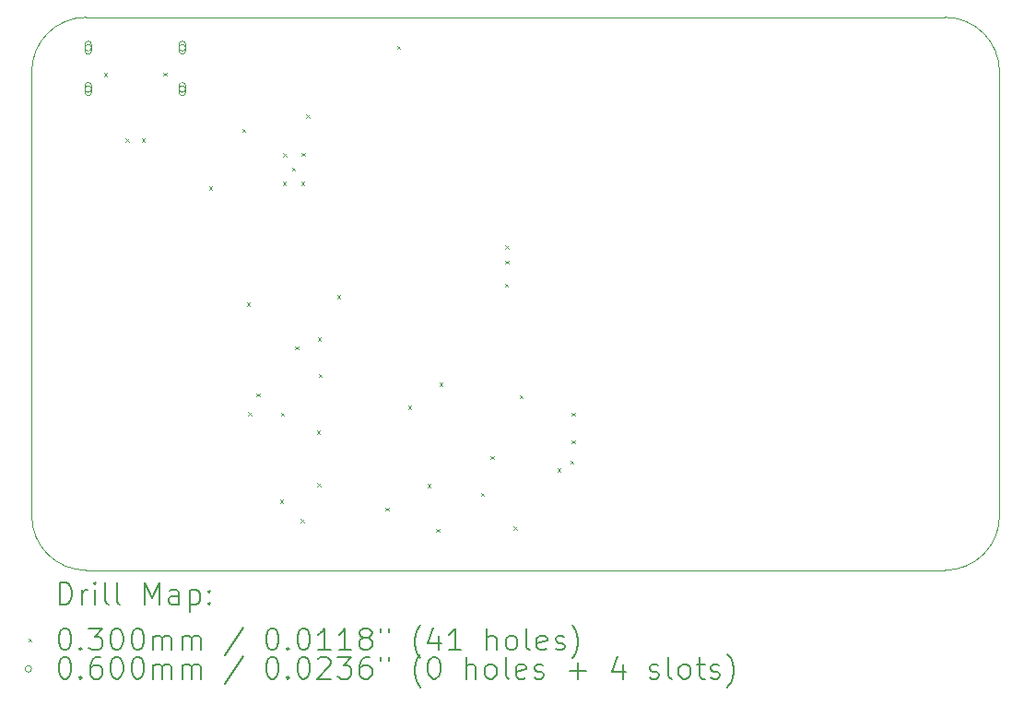
<source format=gbr>
%TF.GenerationSoftware,KiCad,Pcbnew,9.0.2*%
%TF.CreationDate,2025-07-13T16:14:11-05:00*%
%TF.ProjectId,stm32card,73746d33-3263-4617-9264-2e6b69636164,rev?*%
%TF.SameCoordinates,Original*%
%TF.FileFunction,Drillmap*%
%TF.FilePolarity,Positive*%
%FSLAX45Y45*%
G04 Gerber Fmt 4.5, Leading zero omitted, Abs format (unit mm)*
G04 Created by KiCad (PCBNEW 9.0.2) date 2025-07-13 16:14:11*
%MOMM*%
%LPD*%
G01*
G04 APERTURE LIST*
%ADD10C,0.050000*%
%ADD11C,0.200000*%
%ADD12C,0.100000*%
G04 APERTURE END LIST*
D10*
X13756447Y-13233553D02*
X21646447Y-13233553D01*
X13756447Y-13233553D02*
G75*
G02*
X13256447Y-12733553I3J500003D01*
G01*
X13256447Y-8653553D02*
X13256447Y-12733553D01*
X21646447Y-8153553D02*
G75*
G02*
X22146447Y-8653553I3J-499997D01*
G01*
X22146447Y-12733553D02*
X22146447Y-8653553D01*
X21646447Y-8153553D02*
X13756447Y-8153553D01*
X13256447Y-8653553D02*
G75*
G02*
X13756447Y-8153554I499991J8D01*
G01*
X22146447Y-12733553D02*
G75*
G02*
X21646447Y-13233557I-500007J3D01*
G01*
D11*
D12*
X13917892Y-8664431D02*
X13947892Y-8694431D01*
X13947892Y-8664431D02*
X13917892Y-8694431D01*
X14118113Y-9265553D02*
X14148113Y-9295553D01*
X14148113Y-9265553D02*
X14118113Y-9295553D01*
X14268113Y-9265553D02*
X14298113Y-9295553D01*
X14298113Y-9265553D02*
X14268113Y-9295553D01*
X14467134Y-8660086D02*
X14497134Y-8690086D01*
X14497134Y-8660086D02*
X14467134Y-8690086D01*
X14886315Y-9709309D02*
X14916315Y-9739309D01*
X14916315Y-9709309D02*
X14886315Y-9739309D01*
X15188362Y-9176103D02*
X15218362Y-9206103D01*
X15218362Y-9176103D02*
X15188362Y-9206103D01*
X15233510Y-10771928D02*
X15263510Y-10801928D01*
X15263510Y-10771928D02*
X15233510Y-10801928D01*
X15243494Y-11782910D02*
X15273494Y-11812910D01*
X15273494Y-11782910D02*
X15243494Y-11812910D01*
X15320740Y-11606959D02*
X15350740Y-11636959D01*
X15350740Y-11606959D02*
X15320740Y-11636959D01*
X15537470Y-12587115D02*
X15567470Y-12617115D01*
X15567470Y-12587115D02*
X15537470Y-12617115D01*
X15544511Y-11785922D02*
X15574511Y-11815922D01*
X15574511Y-11785922D02*
X15544511Y-11815922D01*
X15560449Y-9662996D02*
X15590449Y-9692996D01*
X15590449Y-9662996D02*
X15560449Y-9692996D01*
X15564025Y-9400149D02*
X15594025Y-9430149D01*
X15594025Y-9400149D02*
X15564025Y-9430149D01*
X15646597Y-9531967D02*
X15676597Y-9561967D01*
X15676597Y-9531967D02*
X15646597Y-9561967D01*
X15674446Y-11176505D02*
X15704446Y-11206505D01*
X15704446Y-11176505D02*
X15674446Y-11206505D01*
X15728012Y-12761537D02*
X15758012Y-12791537D01*
X15758012Y-12761537D02*
X15728012Y-12791537D01*
X15731600Y-9664028D02*
X15761600Y-9694028D01*
X15761600Y-9664028D02*
X15731600Y-9694028D01*
X15734431Y-9399433D02*
X15764431Y-9429433D01*
X15764431Y-9399433D02*
X15734431Y-9429433D01*
X15779696Y-9044834D02*
X15809696Y-9074834D01*
X15809696Y-9044834D02*
X15779696Y-9074834D01*
X15876636Y-11950008D02*
X15906636Y-11980008D01*
X15906636Y-11950008D02*
X15876636Y-11980008D01*
X15879252Y-12431608D02*
X15909252Y-12461608D01*
X15909252Y-12431608D02*
X15879252Y-12461608D01*
X15882247Y-11094987D02*
X15912247Y-11124987D01*
X15912247Y-11094987D02*
X15882247Y-11124987D01*
X15891310Y-11431009D02*
X15921310Y-11461009D01*
X15921310Y-11431009D02*
X15891310Y-11461009D01*
X16061449Y-10704597D02*
X16091449Y-10734597D01*
X16091449Y-10704597D02*
X16061449Y-10734597D01*
X16506486Y-12657137D02*
X16536486Y-12687137D01*
X16536486Y-12657137D02*
X16506486Y-12687137D01*
X16612488Y-8417432D02*
X16642488Y-8447432D01*
X16642488Y-8417432D02*
X16612488Y-8447432D01*
X16711450Y-11721343D02*
X16741450Y-11751343D01*
X16741450Y-11721343D02*
X16711450Y-11751343D01*
X16890776Y-12443088D02*
X16920776Y-12473088D01*
X16920776Y-12443088D02*
X16890776Y-12473088D01*
X16970140Y-12854044D02*
X17000140Y-12884044D01*
X17000140Y-12854044D02*
X16970140Y-12884044D01*
X17001361Y-11510728D02*
X17031361Y-11540728D01*
X17031361Y-11510728D02*
X17001361Y-11540728D01*
X17382855Y-12523096D02*
X17412855Y-12553096D01*
X17412855Y-12523096D02*
X17382855Y-12553096D01*
X17469624Y-12182906D02*
X17499624Y-12212906D01*
X17499624Y-12182906D02*
X17469624Y-12212906D01*
X17602115Y-10598553D02*
X17632115Y-10628553D01*
X17632115Y-10598553D02*
X17602115Y-10628553D01*
X17604964Y-10248553D02*
X17634964Y-10278553D01*
X17634964Y-10248553D02*
X17604964Y-10278553D01*
X17604964Y-10388553D02*
X17634964Y-10418553D01*
X17634964Y-10388553D02*
X17604964Y-10418553D01*
X17681471Y-12832865D02*
X17711471Y-12862865D01*
X17711471Y-12832865D02*
X17681471Y-12862865D01*
X17736654Y-11624855D02*
X17766654Y-11654855D01*
X17766654Y-11624855D02*
X17736654Y-11654855D01*
X18086552Y-12296162D02*
X18116552Y-12326162D01*
X18116552Y-12296162D02*
X18086552Y-12326162D01*
X18204436Y-12226021D02*
X18234436Y-12256021D01*
X18234436Y-12226021D02*
X18204436Y-12256021D01*
X18214064Y-12038526D02*
X18244064Y-12068526D01*
X18244064Y-12038526D02*
X18214064Y-12068526D01*
X18215680Y-11786663D02*
X18245680Y-11816663D01*
X18245680Y-11786663D02*
X18215680Y-11816663D01*
X13805447Y-8433000D02*
G75*
G02*
X13745447Y-8433000I-30000J0D01*
G01*
X13745447Y-8433000D02*
G75*
G02*
X13805447Y-8433000I30000J0D01*
G01*
X13805447Y-8463000D02*
X13805447Y-8403000D01*
X13745447Y-8403000D02*
G75*
G02*
X13805447Y-8403000I30000J0D01*
G01*
X13745447Y-8403000D02*
X13745447Y-8463000D01*
X13745447Y-8463000D02*
G75*
G03*
X13805447Y-8463000I30000J0D01*
G01*
X13805447Y-8813000D02*
G75*
G02*
X13745447Y-8813000I-30000J0D01*
G01*
X13745447Y-8813000D02*
G75*
G02*
X13805447Y-8813000I30000J0D01*
G01*
X13805447Y-8843000D02*
X13805447Y-8783000D01*
X13745447Y-8783000D02*
G75*
G02*
X13805447Y-8783000I30000J0D01*
G01*
X13745447Y-8783000D02*
X13745447Y-8843000D01*
X13745447Y-8843000D02*
G75*
G03*
X13805447Y-8843000I30000J0D01*
G01*
X14669447Y-8433000D02*
G75*
G02*
X14609447Y-8433000I-30000J0D01*
G01*
X14609447Y-8433000D02*
G75*
G02*
X14669447Y-8433000I30000J0D01*
G01*
X14669447Y-8463000D02*
X14669447Y-8403000D01*
X14609447Y-8403000D02*
G75*
G02*
X14669447Y-8403000I30000J0D01*
G01*
X14609447Y-8403000D02*
X14609447Y-8463000D01*
X14609447Y-8463000D02*
G75*
G03*
X14669447Y-8463000I30000J0D01*
G01*
X14669447Y-8813000D02*
G75*
G02*
X14609447Y-8813000I-30000J0D01*
G01*
X14609447Y-8813000D02*
G75*
G02*
X14669447Y-8813000I30000J0D01*
G01*
X14669447Y-8843000D02*
X14669447Y-8783000D01*
X14609447Y-8783000D02*
G75*
G02*
X14669447Y-8783000I30000J0D01*
G01*
X14609447Y-8783000D02*
X14609447Y-8843000D01*
X14609447Y-8843000D02*
G75*
G03*
X14669447Y-8843000I30000J0D01*
G01*
D11*
X13514723Y-13547537D02*
X13514723Y-13347537D01*
X13514723Y-13347537D02*
X13562342Y-13347537D01*
X13562342Y-13347537D02*
X13590914Y-13357061D01*
X13590914Y-13357061D02*
X13609961Y-13376109D01*
X13609961Y-13376109D02*
X13619485Y-13395156D01*
X13619485Y-13395156D02*
X13629009Y-13433251D01*
X13629009Y-13433251D02*
X13629009Y-13461823D01*
X13629009Y-13461823D02*
X13619485Y-13499918D01*
X13619485Y-13499918D02*
X13609961Y-13518966D01*
X13609961Y-13518966D02*
X13590914Y-13538013D01*
X13590914Y-13538013D02*
X13562342Y-13547537D01*
X13562342Y-13547537D02*
X13514723Y-13547537D01*
X13714723Y-13547537D02*
X13714723Y-13414204D01*
X13714723Y-13452299D02*
X13724247Y-13433251D01*
X13724247Y-13433251D02*
X13733771Y-13423728D01*
X13733771Y-13423728D02*
X13752819Y-13414204D01*
X13752819Y-13414204D02*
X13771866Y-13414204D01*
X13838533Y-13547537D02*
X13838533Y-13414204D01*
X13838533Y-13347537D02*
X13829009Y-13357061D01*
X13829009Y-13357061D02*
X13838533Y-13366585D01*
X13838533Y-13366585D02*
X13848057Y-13357061D01*
X13848057Y-13357061D02*
X13838533Y-13347537D01*
X13838533Y-13347537D02*
X13838533Y-13366585D01*
X13962342Y-13547537D02*
X13943295Y-13538013D01*
X13943295Y-13538013D02*
X13933771Y-13518966D01*
X13933771Y-13518966D02*
X13933771Y-13347537D01*
X14067104Y-13547537D02*
X14048057Y-13538013D01*
X14048057Y-13538013D02*
X14038533Y-13518966D01*
X14038533Y-13518966D02*
X14038533Y-13347537D01*
X14295676Y-13547537D02*
X14295676Y-13347537D01*
X14295676Y-13347537D02*
X14362342Y-13490394D01*
X14362342Y-13490394D02*
X14429009Y-13347537D01*
X14429009Y-13347537D02*
X14429009Y-13547537D01*
X14609961Y-13547537D02*
X14609961Y-13442775D01*
X14609961Y-13442775D02*
X14600438Y-13423728D01*
X14600438Y-13423728D02*
X14581390Y-13414204D01*
X14581390Y-13414204D02*
X14543295Y-13414204D01*
X14543295Y-13414204D02*
X14524247Y-13423728D01*
X14609961Y-13538013D02*
X14590914Y-13547537D01*
X14590914Y-13547537D02*
X14543295Y-13547537D01*
X14543295Y-13547537D02*
X14524247Y-13538013D01*
X14524247Y-13538013D02*
X14514723Y-13518966D01*
X14514723Y-13518966D02*
X14514723Y-13499918D01*
X14514723Y-13499918D02*
X14524247Y-13480870D01*
X14524247Y-13480870D02*
X14543295Y-13471347D01*
X14543295Y-13471347D02*
X14590914Y-13471347D01*
X14590914Y-13471347D02*
X14609961Y-13461823D01*
X14705200Y-13414204D02*
X14705200Y-13614204D01*
X14705200Y-13423728D02*
X14724247Y-13414204D01*
X14724247Y-13414204D02*
X14762342Y-13414204D01*
X14762342Y-13414204D02*
X14781390Y-13423728D01*
X14781390Y-13423728D02*
X14790914Y-13433251D01*
X14790914Y-13433251D02*
X14800438Y-13452299D01*
X14800438Y-13452299D02*
X14800438Y-13509442D01*
X14800438Y-13509442D02*
X14790914Y-13528489D01*
X14790914Y-13528489D02*
X14781390Y-13538013D01*
X14781390Y-13538013D02*
X14762342Y-13547537D01*
X14762342Y-13547537D02*
X14724247Y-13547537D01*
X14724247Y-13547537D02*
X14705200Y-13538013D01*
X14886152Y-13528489D02*
X14895676Y-13538013D01*
X14895676Y-13538013D02*
X14886152Y-13547537D01*
X14886152Y-13547537D02*
X14876628Y-13538013D01*
X14876628Y-13538013D02*
X14886152Y-13528489D01*
X14886152Y-13528489D02*
X14886152Y-13547537D01*
X14886152Y-13423728D02*
X14895676Y-13433251D01*
X14895676Y-13433251D02*
X14886152Y-13442775D01*
X14886152Y-13442775D02*
X14876628Y-13433251D01*
X14876628Y-13433251D02*
X14886152Y-13423728D01*
X14886152Y-13423728D02*
X14886152Y-13442775D01*
D12*
X13223947Y-13861053D02*
X13253947Y-13891053D01*
X13253947Y-13861053D02*
X13223947Y-13891053D01*
D11*
X13552819Y-13767537D02*
X13571866Y-13767537D01*
X13571866Y-13767537D02*
X13590914Y-13777061D01*
X13590914Y-13777061D02*
X13600438Y-13786585D01*
X13600438Y-13786585D02*
X13609961Y-13805632D01*
X13609961Y-13805632D02*
X13619485Y-13843728D01*
X13619485Y-13843728D02*
X13619485Y-13891347D01*
X13619485Y-13891347D02*
X13609961Y-13929442D01*
X13609961Y-13929442D02*
X13600438Y-13948489D01*
X13600438Y-13948489D02*
X13590914Y-13958013D01*
X13590914Y-13958013D02*
X13571866Y-13967537D01*
X13571866Y-13967537D02*
X13552819Y-13967537D01*
X13552819Y-13967537D02*
X13533771Y-13958013D01*
X13533771Y-13958013D02*
X13524247Y-13948489D01*
X13524247Y-13948489D02*
X13514723Y-13929442D01*
X13514723Y-13929442D02*
X13505200Y-13891347D01*
X13505200Y-13891347D02*
X13505200Y-13843728D01*
X13505200Y-13843728D02*
X13514723Y-13805632D01*
X13514723Y-13805632D02*
X13524247Y-13786585D01*
X13524247Y-13786585D02*
X13533771Y-13777061D01*
X13533771Y-13777061D02*
X13552819Y-13767537D01*
X13705200Y-13948489D02*
X13714723Y-13958013D01*
X13714723Y-13958013D02*
X13705200Y-13967537D01*
X13705200Y-13967537D02*
X13695676Y-13958013D01*
X13695676Y-13958013D02*
X13705200Y-13948489D01*
X13705200Y-13948489D02*
X13705200Y-13967537D01*
X13781390Y-13767537D02*
X13905200Y-13767537D01*
X13905200Y-13767537D02*
X13838533Y-13843728D01*
X13838533Y-13843728D02*
X13867104Y-13843728D01*
X13867104Y-13843728D02*
X13886152Y-13853251D01*
X13886152Y-13853251D02*
X13895676Y-13862775D01*
X13895676Y-13862775D02*
X13905200Y-13881823D01*
X13905200Y-13881823D02*
X13905200Y-13929442D01*
X13905200Y-13929442D02*
X13895676Y-13948489D01*
X13895676Y-13948489D02*
X13886152Y-13958013D01*
X13886152Y-13958013D02*
X13867104Y-13967537D01*
X13867104Y-13967537D02*
X13809961Y-13967537D01*
X13809961Y-13967537D02*
X13790914Y-13958013D01*
X13790914Y-13958013D02*
X13781390Y-13948489D01*
X14029009Y-13767537D02*
X14048057Y-13767537D01*
X14048057Y-13767537D02*
X14067104Y-13777061D01*
X14067104Y-13777061D02*
X14076628Y-13786585D01*
X14076628Y-13786585D02*
X14086152Y-13805632D01*
X14086152Y-13805632D02*
X14095676Y-13843728D01*
X14095676Y-13843728D02*
X14095676Y-13891347D01*
X14095676Y-13891347D02*
X14086152Y-13929442D01*
X14086152Y-13929442D02*
X14076628Y-13948489D01*
X14076628Y-13948489D02*
X14067104Y-13958013D01*
X14067104Y-13958013D02*
X14048057Y-13967537D01*
X14048057Y-13967537D02*
X14029009Y-13967537D01*
X14029009Y-13967537D02*
X14009961Y-13958013D01*
X14009961Y-13958013D02*
X14000438Y-13948489D01*
X14000438Y-13948489D02*
X13990914Y-13929442D01*
X13990914Y-13929442D02*
X13981390Y-13891347D01*
X13981390Y-13891347D02*
X13981390Y-13843728D01*
X13981390Y-13843728D02*
X13990914Y-13805632D01*
X13990914Y-13805632D02*
X14000438Y-13786585D01*
X14000438Y-13786585D02*
X14009961Y-13777061D01*
X14009961Y-13777061D02*
X14029009Y-13767537D01*
X14219485Y-13767537D02*
X14238533Y-13767537D01*
X14238533Y-13767537D02*
X14257581Y-13777061D01*
X14257581Y-13777061D02*
X14267104Y-13786585D01*
X14267104Y-13786585D02*
X14276628Y-13805632D01*
X14276628Y-13805632D02*
X14286152Y-13843728D01*
X14286152Y-13843728D02*
X14286152Y-13891347D01*
X14286152Y-13891347D02*
X14276628Y-13929442D01*
X14276628Y-13929442D02*
X14267104Y-13948489D01*
X14267104Y-13948489D02*
X14257581Y-13958013D01*
X14257581Y-13958013D02*
X14238533Y-13967537D01*
X14238533Y-13967537D02*
X14219485Y-13967537D01*
X14219485Y-13967537D02*
X14200438Y-13958013D01*
X14200438Y-13958013D02*
X14190914Y-13948489D01*
X14190914Y-13948489D02*
X14181390Y-13929442D01*
X14181390Y-13929442D02*
X14171866Y-13891347D01*
X14171866Y-13891347D02*
X14171866Y-13843728D01*
X14171866Y-13843728D02*
X14181390Y-13805632D01*
X14181390Y-13805632D02*
X14190914Y-13786585D01*
X14190914Y-13786585D02*
X14200438Y-13777061D01*
X14200438Y-13777061D02*
X14219485Y-13767537D01*
X14371866Y-13967537D02*
X14371866Y-13834204D01*
X14371866Y-13853251D02*
X14381390Y-13843728D01*
X14381390Y-13843728D02*
X14400438Y-13834204D01*
X14400438Y-13834204D02*
X14429009Y-13834204D01*
X14429009Y-13834204D02*
X14448057Y-13843728D01*
X14448057Y-13843728D02*
X14457581Y-13862775D01*
X14457581Y-13862775D02*
X14457581Y-13967537D01*
X14457581Y-13862775D02*
X14467104Y-13843728D01*
X14467104Y-13843728D02*
X14486152Y-13834204D01*
X14486152Y-13834204D02*
X14514723Y-13834204D01*
X14514723Y-13834204D02*
X14533771Y-13843728D01*
X14533771Y-13843728D02*
X14543295Y-13862775D01*
X14543295Y-13862775D02*
X14543295Y-13967537D01*
X14638533Y-13967537D02*
X14638533Y-13834204D01*
X14638533Y-13853251D02*
X14648057Y-13843728D01*
X14648057Y-13843728D02*
X14667104Y-13834204D01*
X14667104Y-13834204D02*
X14695676Y-13834204D01*
X14695676Y-13834204D02*
X14714723Y-13843728D01*
X14714723Y-13843728D02*
X14724247Y-13862775D01*
X14724247Y-13862775D02*
X14724247Y-13967537D01*
X14724247Y-13862775D02*
X14733771Y-13843728D01*
X14733771Y-13843728D02*
X14752819Y-13834204D01*
X14752819Y-13834204D02*
X14781390Y-13834204D01*
X14781390Y-13834204D02*
X14800438Y-13843728D01*
X14800438Y-13843728D02*
X14809962Y-13862775D01*
X14809962Y-13862775D02*
X14809962Y-13967537D01*
X15200438Y-13758013D02*
X15029009Y-14015156D01*
X15457581Y-13767537D02*
X15476628Y-13767537D01*
X15476628Y-13767537D02*
X15495676Y-13777061D01*
X15495676Y-13777061D02*
X15505200Y-13786585D01*
X15505200Y-13786585D02*
X15514724Y-13805632D01*
X15514724Y-13805632D02*
X15524247Y-13843728D01*
X15524247Y-13843728D02*
X15524247Y-13891347D01*
X15524247Y-13891347D02*
X15514724Y-13929442D01*
X15514724Y-13929442D02*
X15505200Y-13948489D01*
X15505200Y-13948489D02*
X15495676Y-13958013D01*
X15495676Y-13958013D02*
X15476628Y-13967537D01*
X15476628Y-13967537D02*
X15457581Y-13967537D01*
X15457581Y-13967537D02*
X15438533Y-13958013D01*
X15438533Y-13958013D02*
X15429009Y-13948489D01*
X15429009Y-13948489D02*
X15419485Y-13929442D01*
X15419485Y-13929442D02*
X15409962Y-13891347D01*
X15409962Y-13891347D02*
X15409962Y-13843728D01*
X15409962Y-13843728D02*
X15419485Y-13805632D01*
X15419485Y-13805632D02*
X15429009Y-13786585D01*
X15429009Y-13786585D02*
X15438533Y-13777061D01*
X15438533Y-13777061D02*
X15457581Y-13767537D01*
X15609962Y-13948489D02*
X15619485Y-13958013D01*
X15619485Y-13958013D02*
X15609962Y-13967537D01*
X15609962Y-13967537D02*
X15600438Y-13958013D01*
X15600438Y-13958013D02*
X15609962Y-13948489D01*
X15609962Y-13948489D02*
X15609962Y-13967537D01*
X15743295Y-13767537D02*
X15762343Y-13767537D01*
X15762343Y-13767537D02*
X15781390Y-13777061D01*
X15781390Y-13777061D02*
X15790914Y-13786585D01*
X15790914Y-13786585D02*
X15800438Y-13805632D01*
X15800438Y-13805632D02*
X15809962Y-13843728D01*
X15809962Y-13843728D02*
X15809962Y-13891347D01*
X15809962Y-13891347D02*
X15800438Y-13929442D01*
X15800438Y-13929442D02*
X15790914Y-13948489D01*
X15790914Y-13948489D02*
X15781390Y-13958013D01*
X15781390Y-13958013D02*
X15762343Y-13967537D01*
X15762343Y-13967537D02*
X15743295Y-13967537D01*
X15743295Y-13967537D02*
X15724247Y-13958013D01*
X15724247Y-13958013D02*
X15714724Y-13948489D01*
X15714724Y-13948489D02*
X15705200Y-13929442D01*
X15705200Y-13929442D02*
X15695676Y-13891347D01*
X15695676Y-13891347D02*
X15695676Y-13843728D01*
X15695676Y-13843728D02*
X15705200Y-13805632D01*
X15705200Y-13805632D02*
X15714724Y-13786585D01*
X15714724Y-13786585D02*
X15724247Y-13777061D01*
X15724247Y-13777061D02*
X15743295Y-13767537D01*
X16000438Y-13967537D02*
X15886152Y-13967537D01*
X15943295Y-13967537D02*
X15943295Y-13767537D01*
X15943295Y-13767537D02*
X15924247Y-13796109D01*
X15924247Y-13796109D02*
X15905200Y-13815156D01*
X15905200Y-13815156D02*
X15886152Y-13824680D01*
X16190914Y-13967537D02*
X16076628Y-13967537D01*
X16133771Y-13967537D02*
X16133771Y-13767537D01*
X16133771Y-13767537D02*
X16114724Y-13796109D01*
X16114724Y-13796109D02*
X16095676Y-13815156D01*
X16095676Y-13815156D02*
X16076628Y-13824680D01*
X16305200Y-13853251D02*
X16286152Y-13843728D01*
X16286152Y-13843728D02*
X16276628Y-13834204D01*
X16276628Y-13834204D02*
X16267105Y-13815156D01*
X16267105Y-13815156D02*
X16267105Y-13805632D01*
X16267105Y-13805632D02*
X16276628Y-13786585D01*
X16276628Y-13786585D02*
X16286152Y-13777061D01*
X16286152Y-13777061D02*
X16305200Y-13767537D01*
X16305200Y-13767537D02*
X16343295Y-13767537D01*
X16343295Y-13767537D02*
X16362343Y-13777061D01*
X16362343Y-13777061D02*
X16371866Y-13786585D01*
X16371866Y-13786585D02*
X16381390Y-13805632D01*
X16381390Y-13805632D02*
X16381390Y-13815156D01*
X16381390Y-13815156D02*
X16371866Y-13834204D01*
X16371866Y-13834204D02*
X16362343Y-13843728D01*
X16362343Y-13843728D02*
X16343295Y-13853251D01*
X16343295Y-13853251D02*
X16305200Y-13853251D01*
X16305200Y-13853251D02*
X16286152Y-13862775D01*
X16286152Y-13862775D02*
X16276628Y-13872299D01*
X16276628Y-13872299D02*
X16267105Y-13891347D01*
X16267105Y-13891347D02*
X16267105Y-13929442D01*
X16267105Y-13929442D02*
X16276628Y-13948489D01*
X16276628Y-13948489D02*
X16286152Y-13958013D01*
X16286152Y-13958013D02*
X16305200Y-13967537D01*
X16305200Y-13967537D02*
X16343295Y-13967537D01*
X16343295Y-13967537D02*
X16362343Y-13958013D01*
X16362343Y-13958013D02*
X16371866Y-13948489D01*
X16371866Y-13948489D02*
X16381390Y-13929442D01*
X16381390Y-13929442D02*
X16381390Y-13891347D01*
X16381390Y-13891347D02*
X16371866Y-13872299D01*
X16371866Y-13872299D02*
X16362343Y-13862775D01*
X16362343Y-13862775D02*
X16343295Y-13853251D01*
X16457581Y-13767537D02*
X16457581Y-13805632D01*
X16533771Y-13767537D02*
X16533771Y-13805632D01*
X16829010Y-14043728D02*
X16819486Y-14034204D01*
X16819486Y-14034204D02*
X16800438Y-14005632D01*
X16800438Y-14005632D02*
X16790914Y-13986585D01*
X16790914Y-13986585D02*
X16781390Y-13958013D01*
X16781390Y-13958013D02*
X16771867Y-13910394D01*
X16771867Y-13910394D02*
X16771867Y-13872299D01*
X16771867Y-13872299D02*
X16781390Y-13824680D01*
X16781390Y-13824680D02*
X16790914Y-13796109D01*
X16790914Y-13796109D02*
X16800438Y-13777061D01*
X16800438Y-13777061D02*
X16819486Y-13748489D01*
X16819486Y-13748489D02*
X16829010Y-13738966D01*
X16990914Y-13834204D02*
X16990914Y-13967537D01*
X16943295Y-13758013D02*
X16895676Y-13900870D01*
X16895676Y-13900870D02*
X17019486Y-13900870D01*
X17200438Y-13967537D02*
X17086152Y-13967537D01*
X17143295Y-13967537D02*
X17143295Y-13767537D01*
X17143295Y-13767537D02*
X17124248Y-13796109D01*
X17124248Y-13796109D02*
X17105200Y-13815156D01*
X17105200Y-13815156D02*
X17086152Y-13824680D01*
X17438533Y-13967537D02*
X17438533Y-13767537D01*
X17524248Y-13967537D02*
X17524248Y-13862775D01*
X17524248Y-13862775D02*
X17514724Y-13843728D01*
X17514724Y-13843728D02*
X17495676Y-13834204D01*
X17495676Y-13834204D02*
X17467105Y-13834204D01*
X17467105Y-13834204D02*
X17448057Y-13843728D01*
X17448057Y-13843728D02*
X17438533Y-13853251D01*
X17648057Y-13967537D02*
X17629010Y-13958013D01*
X17629010Y-13958013D02*
X17619486Y-13948489D01*
X17619486Y-13948489D02*
X17609962Y-13929442D01*
X17609962Y-13929442D02*
X17609962Y-13872299D01*
X17609962Y-13872299D02*
X17619486Y-13853251D01*
X17619486Y-13853251D02*
X17629010Y-13843728D01*
X17629010Y-13843728D02*
X17648057Y-13834204D01*
X17648057Y-13834204D02*
X17676629Y-13834204D01*
X17676629Y-13834204D02*
X17695676Y-13843728D01*
X17695676Y-13843728D02*
X17705200Y-13853251D01*
X17705200Y-13853251D02*
X17714724Y-13872299D01*
X17714724Y-13872299D02*
X17714724Y-13929442D01*
X17714724Y-13929442D02*
X17705200Y-13948489D01*
X17705200Y-13948489D02*
X17695676Y-13958013D01*
X17695676Y-13958013D02*
X17676629Y-13967537D01*
X17676629Y-13967537D02*
X17648057Y-13967537D01*
X17829010Y-13967537D02*
X17809962Y-13958013D01*
X17809962Y-13958013D02*
X17800438Y-13938966D01*
X17800438Y-13938966D02*
X17800438Y-13767537D01*
X17981391Y-13958013D02*
X17962343Y-13967537D01*
X17962343Y-13967537D02*
X17924248Y-13967537D01*
X17924248Y-13967537D02*
X17905200Y-13958013D01*
X17905200Y-13958013D02*
X17895676Y-13938966D01*
X17895676Y-13938966D02*
X17895676Y-13862775D01*
X17895676Y-13862775D02*
X17905200Y-13843728D01*
X17905200Y-13843728D02*
X17924248Y-13834204D01*
X17924248Y-13834204D02*
X17962343Y-13834204D01*
X17962343Y-13834204D02*
X17981391Y-13843728D01*
X17981391Y-13843728D02*
X17990914Y-13862775D01*
X17990914Y-13862775D02*
X17990914Y-13881823D01*
X17990914Y-13881823D02*
X17895676Y-13900870D01*
X18067105Y-13958013D02*
X18086152Y-13967537D01*
X18086152Y-13967537D02*
X18124248Y-13967537D01*
X18124248Y-13967537D02*
X18143295Y-13958013D01*
X18143295Y-13958013D02*
X18152819Y-13938966D01*
X18152819Y-13938966D02*
X18152819Y-13929442D01*
X18152819Y-13929442D02*
X18143295Y-13910394D01*
X18143295Y-13910394D02*
X18124248Y-13900870D01*
X18124248Y-13900870D02*
X18095676Y-13900870D01*
X18095676Y-13900870D02*
X18076629Y-13891347D01*
X18076629Y-13891347D02*
X18067105Y-13872299D01*
X18067105Y-13872299D02*
X18067105Y-13862775D01*
X18067105Y-13862775D02*
X18076629Y-13843728D01*
X18076629Y-13843728D02*
X18095676Y-13834204D01*
X18095676Y-13834204D02*
X18124248Y-13834204D01*
X18124248Y-13834204D02*
X18143295Y-13843728D01*
X18219486Y-14043728D02*
X18229010Y-14034204D01*
X18229010Y-14034204D02*
X18248057Y-14005632D01*
X18248057Y-14005632D02*
X18257581Y-13986585D01*
X18257581Y-13986585D02*
X18267105Y-13958013D01*
X18267105Y-13958013D02*
X18276629Y-13910394D01*
X18276629Y-13910394D02*
X18276629Y-13872299D01*
X18276629Y-13872299D02*
X18267105Y-13824680D01*
X18267105Y-13824680D02*
X18257581Y-13796109D01*
X18257581Y-13796109D02*
X18248057Y-13777061D01*
X18248057Y-13777061D02*
X18229010Y-13748489D01*
X18229010Y-13748489D02*
X18219486Y-13738966D01*
D12*
X13253947Y-14140053D02*
G75*
G02*
X13193947Y-14140053I-30000J0D01*
G01*
X13193947Y-14140053D02*
G75*
G02*
X13253947Y-14140053I30000J0D01*
G01*
D11*
X13552819Y-14031537D02*
X13571866Y-14031537D01*
X13571866Y-14031537D02*
X13590914Y-14041061D01*
X13590914Y-14041061D02*
X13600438Y-14050585D01*
X13600438Y-14050585D02*
X13609961Y-14069632D01*
X13609961Y-14069632D02*
X13619485Y-14107728D01*
X13619485Y-14107728D02*
X13619485Y-14155347D01*
X13619485Y-14155347D02*
X13609961Y-14193442D01*
X13609961Y-14193442D02*
X13600438Y-14212489D01*
X13600438Y-14212489D02*
X13590914Y-14222013D01*
X13590914Y-14222013D02*
X13571866Y-14231537D01*
X13571866Y-14231537D02*
X13552819Y-14231537D01*
X13552819Y-14231537D02*
X13533771Y-14222013D01*
X13533771Y-14222013D02*
X13524247Y-14212489D01*
X13524247Y-14212489D02*
X13514723Y-14193442D01*
X13514723Y-14193442D02*
X13505200Y-14155347D01*
X13505200Y-14155347D02*
X13505200Y-14107728D01*
X13505200Y-14107728D02*
X13514723Y-14069632D01*
X13514723Y-14069632D02*
X13524247Y-14050585D01*
X13524247Y-14050585D02*
X13533771Y-14041061D01*
X13533771Y-14041061D02*
X13552819Y-14031537D01*
X13705200Y-14212489D02*
X13714723Y-14222013D01*
X13714723Y-14222013D02*
X13705200Y-14231537D01*
X13705200Y-14231537D02*
X13695676Y-14222013D01*
X13695676Y-14222013D02*
X13705200Y-14212489D01*
X13705200Y-14212489D02*
X13705200Y-14231537D01*
X13886152Y-14031537D02*
X13848057Y-14031537D01*
X13848057Y-14031537D02*
X13829009Y-14041061D01*
X13829009Y-14041061D02*
X13819485Y-14050585D01*
X13819485Y-14050585D02*
X13800438Y-14079156D01*
X13800438Y-14079156D02*
X13790914Y-14117251D01*
X13790914Y-14117251D02*
X13790914Y-14193442D01*
X13790914Y-14193442D02*
X13800438Y-14212489D01*
X13800438Y-14212489D02*
X13809961Y-14222013D01*
X13809961Y-14222013D02*
X13829009Y-14231537D01*
X13829009Y-14231537D02*
X13867104Y-14231537D01*
X13867104Y-14231537D02*
X13886152Y-14222013D01*
X13886152Y-14222013D02*
X13895676Y-14212489D01*
X13895676Y-14212489D02*
X13905200Y-14193442D01*
X13905200Y-14193442D02*
X13905200Y-14145823D01*
X13905200Y-14145823D02*
X13895676Y-14126775D01*
X13895676Y-14126775D02*
X13886152Y-14117251D01*
X13886152Y-14117251D02*
X13867104Y-14107728D01*
X13867104Y-14107728D02*
X13829009Y-14107728D01*
X13829009Y-14107728D02*
X13809961Y-14117251D01*
X13809961Y-14117251D02*
X13800438Y-14126775D01*
X13800438Y-14126775D02*
X13790914Y-14145823D01*
X14029009Y-14031537D02*
X14048057Y-14031537D01*
X14048057Y-14031537D02*
X14067104Y-14041061D01*
X14067104Y-14041061D02*
X14076628Y-14050585D01*
X14076628Y-14050585D02*
X14086152Y-14069632D01*
X14086152Y-14069632D02*
X14095676Y-14107728D01*
X14095676Y-14107728D02*
X14095676Y-14155347D01*
X14095676Y-14155347D02*
X14086152Y-14193442D01*
X14086152Y-14193442D02*
X14076628Y-14212489D01*
X14076628Y-14212489D02*
X14067104Y-14222013D01*
X14067104Y-14222013D02*
X14048057Y-14231537D01*
X14048057Y-14231537D02*
X14029009Y-14231537D01*
X14029009Y-14231537D02*
X14009961Y-14222013D01*
X14009961Y-14222013D02*
X14000438Y-14212489D01*
X14000438Y-14212489D02*
X13990914Y-14193442D01*
X13990914Y-14193442D02*
X13981390Y-14155347D01*
X13981390Y-14155347D02*
X13981390Y-14107728D01*
X13981390Y-14107728D02*
X13990914Y-14069632D01*
X13990914Y-14069632D02*
X14000438Y-14050585D01*
X14000438Y-14050585D02*
X14009961Y-14041061D01*
X14009961Y-14041061D02*
X14029009Y-14031537D01*
X14219485Y-14031537D02*
X14238533Y-14031537D01*
X14238533Y-14031537D02*
X14257581Y-14041061D01*
X14257581Y-14041061D02*
X14267104Y-14050585D01*
X14267104Y-14050585D02*
X14276628Y-14069632D01*
X14276628Y-14069632D02*
X14286152Y-14107728D01*
X14286152Y-14107728D02*
X14286152Y-14155347D01*
X14286152Y-14155347D02*
X14276628Y-14193442D01*
X14276628Y-14193442D02*
X14267104Y-14212489D01*
X14267104Y-14212489D02*
X14257581Y-14222013D01*
X14257581Y-14222013D02*
X14238533Y-14231537D01*
X14238533Y-14231537D02*
X14219485Y-14231537D01*
X14219485Y-14231537D02*
X14200438Y-14222013D01*
X14200438Y-14222013D02*
X14190914Y-14212489D01*
X14190914Y-14212489D02*
X14181390Y-14193442D01*
X14181390Y-14193442D02*
X14171866Y-14155347D01*
X14171866Y-14155347D02*
X14171866Y-14107728D01*
X14171866Y-14107728D02*
X14181390Y-14069632D01*
X14181390Y-14069632D02*
X14190914Y-14050585D01*
X14190914Y-14050585D02*
X14200438Y-14041061D01*
X14200438Y-14041061D02*
X14219485Y-14031537D01*
X14371866Y-14231537D02*
X14371866Y-14098204D01*
X14371866Y-14117251D02*
X14381390Y-14107728D01*
X14381390Y-14107728D02*
X14400438Y-14098204D01*
X14400438Y-14098204D02*
X14429009Y-14098204D01*
X14429009Y-14098204D02*
X14448057Y-14107728D01*
X14448057Y-14107728D02*
X14457581Y-14126775D01*
X14457581Y-14126775D02*
X14457581Y-14231537D01*
X14457581Y-14126775D02*
X14467104Y-14107728D01*
X14467104Y-14107728D02*
X14486152Y-14098204D01*
X14486152Y-14098204D02*
X14514723Y-14098204D01*
X14514723Y-14098204D02*
X14533771Y-14107728D01*
X14533771Y-14107728D02*
X14543295Y-14126775D01*
X14543295Y-14126775D02*
X14543295Y-14231537D01*
X14638533Y-14231537D02*
X14638533Y-14098204D01*
X14638533Y-14117251D02*
X14648057Y-14107728D01*
X14648057Y-14107728D02*
X14667104Y-14098204D01*
X14667104Y-14098204D02*
X14695676Y-14098204D01*
X14695676Y-14098204D02*
X14714723Y-14107728D01*
X14714723Y-14107728D02*
X14724247Y-14126775D01*
X14724247Y-14126775D02*
X14724247Y-14231537D01*
X14724247Y-14126775D02*
X14733771Y-14107728D01*
X14733771Y-14107728D02*
X14752819Y-14098204D01*
X14752819Y-14098204D02*
X14781390Y-14098204D01*
X14781390Y-14098204D02*
X14800438Y-14107728D01*
X14800438Y-14107728D02*
X14809962Y-14126775D01*
X14809962Y-14126775D02*
X14809962Y-14231537D01*
X15200438Y-14022013D02*
X15029009Y-14279156D01*
X15457581Y-14031537D02*
X15476628Y-14031537D01*
X15476628Y-14031537D02*
X15495676Y-14041061D01*
X15495676Y-14041061D02*
X15505200Y-14050585D01*
X15505200Y-14050585D02*
X15514724Y-14069632D01*
X15514724Y-14069632D02*
X15524247Y-14107728D01*
X15524247Y-14107728D02*
X15524247Y-14155347D01*
X15524247Y-14155347D02*
X15514724Y-14193442D01*
X15514724Y-14193442D02*
X15505200Y-14212489D01*
X15505200Y-14212489D02*
X15495676Y-14222013D01*
X15495676Y-14222013D02*
X15476628Y-14231537D01*
X15476628Y-14231537D02*
X15457581Y-14231537D01*
X15457581Y-14231537D02*
X15438533Y-14222013D01*
X15438533Y-14222013D02*
X15429009Y-14212489D01*
X15429009Y-14212489D02*
X15419485Y-14193442D01*
X15419485Y-14193442D02*
X15409962Y-14155347D01*
X15409962Y-14155347D02*
X15409962Y-14107728D01*
X15409962Y-14107728D02*
X15419485Y-14069632D01*
X15419485Y-14069632D02*
X15429009Y-14050585D01*
X15429009Y-14050585D02*
X15438533Y-14041061D01*
X15438533Y-14041061D02*
X15457581Y-14031537D01*
X15609962Y-14212489D02*
X15619485Y-14222013D01*
X15619485Y-14222013D02*
X15609962Y-14231537D01*
X15609962Y-14231537D02*
X15600438Y-14222013D01*
X15600438Y-14222013D02*
X15609962Y-14212489D01*
X15609962Y-14212489D02*
X15609962Y-14231537D01*
X15743295Y-14031537D02*
X15762343Y-14031537D01*
X15762343Y-14031537D02*
X15781390Y-14041061D01*
X15781390Y-14041061D02*
X15790914Y-14050585D01*
X15790914Y-14050585D02*
X15800438Y-14069632D01*
X15800438Y-14069632D02*
X15809962Y-14107728D01*
X15809962Y-14107728D02*
X15809962Y-14155347D01*
X15809962Y-14155347D02*
X15800438Y-14193442D01*
X15800438Y-14193442D02*
X15790914Y-14212489D01*
X15790914Y-14212489D02*
X15781390Y-14222013D01*
X15781390Y-14222013D02*
X15762343Y-14231537D01*
X15762343Y-14231537D02*
X15743295Y-14231537D01*
X15743295Y-14231537D02*
X15724247Y-14222013D01*
X15724247Y-14222013D02*
X15714724Y-14212489D01*
X15714724Y-14212489D02*
X15705200Y-14193442D01*
X15705200Y-14193442D02*
X15695676Y-14155347D01*
X15695676Y-14155347D02*
X15695676Y-14107728D01*
X15695676Y-14107728D02*
X15705200Y-14069632D01*
X15705200Y-14069632D02*
X15714724Y-14050585D01*
X15714724Y-14050585D02*
X15724247Y-14041061D01*
X15724247Y-14041061D02*
X15743295Y-14031537D01*
X15886152Y-14050585D02*
X15895676Y-14041061D01*
X15895676Y-14041061D02*
X15914724Y-14031537D01*
X15914724Y-14031537D02*
X15962343Y-14031537D01*
X15962343Y-14031537D02*
X15981390Y-14041061D01*
X15981390Y-14041061D02*
X15990914Y-14050585D01*
X15990914Y-14050585D02*
X16000438Y-14069632D01*
X16000438Y-14069632D02*
X16000438Y-14088680D01*
X16000438Y-14088680D02*
X15990914Y-14117251D01*
X15990914Y-14117251D02*
X15876628Y-14231537D01*
X15876628Y-14231537D02*
X16000438Y-14231537D01*
X16067105Y-14031537D02*
X16190914Y-14031537D01*
X16190914Y-14031537D02*
X16124247Y-14107728D01*
X16124247Y-14107728D02*
X16152819Y-14107728D01*
X16152819Y-14107728D02*
X16171866Y-14117251D01*
X16171866Y-14117251D02*
X16181390Y-14126775D01*
X16181390Y-14126775D02*
X16190914Y-14145823D01*
X16190914Y-14145823D02*
X16190914Y-14193442D01*
X16190914Y-14193442D02*
X16181390Y-14212489D01*
X16181390Y-14212489D02*
X16171866Y-14222013D01*
X16171866Y-14222013D02*
X16152819Y-14231537D01*
X16152819Y-14231537D02*
X16095676Y-14231537D01*
X16095676Y-14231537D02*
X16076628Y-14222013D01*
X16076628Y-14222013D02*
X16067105Y-14212489D01*
X16362343Y-14031537D02*
X16324247Y-14031537D01*
X16324247Y-14031537D02*
X16305200Y-14041061D01*
X16305200Y-14041061D02*
X16295676Y-14050585D01*
X16295676Y-14050585D02*
X16276628Y-14079156D01*
X16276628Y-14079156D02*
X16267105Y-14117251D01*
X16267105Y-14117251D02*
X16267105Y-14193442D01*
X16267105Y-14193442D02*
X16276628Y-14212489D01*
X16276628Y-14212489D02*
X16286152Y-14222013D01*
X16286152Y-14222013D02*
X16305200Y-14231537D01*
X16305200Y-14231537D02*
X16343295Y-14231537D01*
X16343295Y-14231537D02*
X16362343Y-14222013D01*
X16362343Y-14222013D02*
X16371866Y-14212489D01*
X16371866Y-14212489D02*
X16381390Y-14193442D01*
X16381390Y-14193442D02*
X16381390Y-14145823D01*
X16381390Y-14145823D02*
X16371866Y-14126775D01*
X16371866Y-14126775D02*
X16362343Y-14117251D01*
X16362343Y-14117251D02*
X16343295Y-14107728D01*
X16343295Y-14107728D02*
X16305200Y-14107728D01*
X16305200Y-14107728D02*
X16286152Y-14117251D01*
X16286152Y-14117251D02*
X16276628Y-14126775D01*
X16276628Y-14126775D02*
X16267105Y-14145823D01*
X16457581Y-14031537D02*
X16457581Y-14069632D01*
X16533771Y-14031537D02*
X16533771Y-14069632D01*
X16829010Y-14307728D02*
X16819486Y-14298204D01*
X16819486Y-14298204D02*
X16800438Y-14269632D01*
X16800438Y-14269632D02*
X16790914Y-14250585D01*
X16790914Y-14250585D02*
X16781390Y-14222013D01*
X16781390Y-14222013D02*
X16771867Y-14174394D01*
X16771867Y-14174394D02*
X16771867Y-14136299D01*
X16771867Y-14136299D02*
X16781390Y-14088680D01*
X16781390Y-14088680D02*
X16790914Y-14060109D01*
X16790914Y-14060109D02*
X16800438Y-14041061D01*
X16800438Y-14041061D02*
X16819486Y-14012489D01*
X16819486Y-14012489D02*
X16829010Y-14002966D01*
X16943295Y-14031537D02*
X16962343Y-14031537D01*
X16962343Y-14031537D02*
X16981390Y-14041061D01*
X16981390Y-14041061D02*
X16990914Y-14050585D01*
X16990914Y-14050585D02*
X17000438Y-14069632D01*
X17000438Y-14069632D02*
X17009962Y-14107728D01*
X17009962Y-14107728D02*
X17009962Y-14155347D01*
X17009962Y-14155347D02*
X17000438Y-14193442D01*
X17000438Y-14193442D02*
X16990914Y-14212489D01*
X16990914Y-14212489D02*
X16981390Y-14222013D01*
X16981390Y-14222013D02*
X16962343Y-14231537D01*
X16962343Y-14231537D02*
X16943295Y-14231537D01*
X16943295Y-14231537D02*
X16924248Y-14222013D01*
X16924248Y-14222013D02*
X16914724Y-14212489D01*
X16914724Y-14212489D02*
X16905200Y-14193442D01*
X16905200Y-14193442D02*
X16895676Y-14155347D01*
X16895676Y-14155347D02*
X16895676Y-14107728D01*
X16895676Y-14107728D02*
X16905200Y-14069632D01*
X16905200Y-14069632D02*
X16914724Y-14050585D01*
X16914724Y-14050585D02*
X16924248Y-14041061D01*
X16924248Y-14041061D02*
X16943295Y-14031537D01*
X17248057Y-14231537D02*
X17248057Y-14031537D01*
X17333771Y-14231537D02*
X17333771Y-14126775D01*
X17333771Y-14126775D02*
X17324248Y-14107728D01*
X17324248Y-14107728D02*
X17305200Y-14098204D01*
X17305200Y-14098204D02*
X17276629Y-14098204D01*
X17276629Y-14098204D02*
X17257581Y-14107728D01*
X17257581Y-14107728D02*
X17248057Y-14117251D01*
X17457581Y-14231537D02*
X17438533Y-14222013D01*
X17438533Y-14222013D02*
X17429010Y-14212489D01*
X17429010Y-14212489D02*
X17419486Y-14193442D01*
X17419486Y-14193442D02*
X17419486Y-14136299D01*
X17419486Y-14136299D02*
X17429010Y-14117251D01*
X17429010Y-14117251D02*
X17438533Y-14107728D01*
X17438533Y-14107728D02*
X17457581Y-14098204D01*
X17457581Y-14098204D02*
X17486152Y-14098204D01*
X17486152Y-14098204D02*
X17505200Y-14107728D01*
X17505200Y-14107728D02*
X17514724Y-14117251D01*
X17514724Y-14117251D02*
X17524248Y-14136299D01*
X17524248Y-14136299D02*
X17524248Y-14193442D01*
X17524248Y-14193442D02*
X17514724Y-14212489D01*
X17514724Y-14212489D02*
X17505200Y-14222013D01*
X17505200Y-14222013D02*
X17486152Y-14231537D01*
X17486152Y-14231537D02*
X17457581Y-14231537D01*
X17638533Y-14231537D02*
X17619486Y-14222013D01*
X17619486Y-14222013D02*
X17609962Y-14202966D01*
X17609962Y-14202966D02*
X17609962Y-14031537D01*
X17790914Y-14222013D02*
X17771867Y-14231537D01*
X17771867Y-14231537D02*
X17733771Y-14231537D01*
X17733771Y-14231537D02*
X17714724Y-14222013D01*
X17714724Y-14222013D02*
X17705200Y-14202966D01*
X17705200Y-14202966D02*
X17705200Y-14126775D01*
X17705200Y-14126775D02*
X17714724Y-14107728D01*
X17714724Y-14107728D02*
X17733771Y-14098204D01*
X17733771Y-14098204D02*
X17771867Y-14098204D01*
X17771867Y-14098204D02*
X17790914Y-14107728D01*
X17790914Y-14107728D02*
X17800438Y-14126775D01*
X17800438Y-14126775D02*
X17800438Y-14145823D01*
X17800438Y-14145823D02*
X17705200Y-14164870D01*
X17876629Y-14222013D02*
X17895676Y-14231537D01*
X17895676Y-14231537D02*
X17933771Y-14231537D01*
X17933771Y-14231537D02*
X17952819Y-14222013D01*
X17952819Y-14222013D02*
X17962343Y-14202966D01*
X17962343Y-14202966D02*
X17962343Y-14193442D01*
X17962343Y-14193442D02*
X17952819Y-14174394D01*
X17952819Y-14174394D02*
X17933771Y-14164870D01*
X17933771Y-14164870D02*
X17905200Y-14164870D01*
X17905200Y-14164870D02*
X17886152Y-14155347D01*
X17886152Y-14155347D02*
X17876629Y-14136299D01*
X17876629Y-14136299D02*
X17876629Y-14126775D01*
X17876629Y-14126775D02*
X17886152Y-14107728D01*
X17886152Y-14107728D02*
X17905200Y-14098204D01*
X17905200Y-14098204D02*
X17933771Y-14098204D01*
X17933771Y-14098204D02*
X17952819Y-14107728D01*
X18200438Y-14155347D02*
X18352819Y-14155347D01*
X18276629Y-14231537D02*
X18276629Y-14079156D01*
X18686153Y-14098204D02*
X18686153Y-14231537D01*
X18638533Y-14022013D02*
X18590914Y-14164870D01*
X18590914Y-14164870D02*
X18714724Y-14164870D01*
X18933772Y-14222013D02*
X18952819Y-14231537D01*
X18952819Y-14231537D02*
X18990914Y-14231537D01*
X18990914Y-14231537D02*
X19009962Y-14222013D01*
X19009962Y-14222013D02*
X19019486Y-14202966D01*
X19019486Y-14202966D02*
X19019486Y-14193442D01*
X19019486Y-14193442D02*
X19009962Y-14174394D01*
X19009962Y-14174394D02*
X18990914Y-14164870D01*
X18990914Y-14164870D02*
X18962343Y-14164870D01*
X18962343Y-14164870D02*
X18943295Y-14155347D01*
X18943295Y-14155347D02*
X18933772Y-14136299D01*
X18933772Y-14136299D02*
X18933772Y-14126775D01*
X18933772Y-14126775D02*
X18943295Y-14107728D01*
X18943295Y-14107728D02*
X18962343Y-14098204D01*
X18962343Y-14098204D02*
X18990914Y-14098204D01*
X18990914Y-14098204D02*
X19009962Y-14107728D01*
X19133772Y-14231537D02*
X19114724Y-14222013D01*
X19114724Y-14222013D02*
X19105200Y-14202966D01*
X19105200Y-14202966D02*
X19105200Y-14031537D01*
X19238534Y-14231537D02*
X19219486Y-14222013D01*
X19219486Y-14222013D02*
X19209962Y-14212489D01*
X19209962Y-14212489D02*
X19200438Y-14193442D01*
X19200438Y-14193442D02*
X19200438Y-14136299D01*
X19200438Y-14136299D02*
X19209962Y-14117251D01*
X19209962Y-14117251D02*
X19219486Y-14107728D01*
X19219486Y-14107728D02*
X19238534Y-14098204D01*
X19238534Y-14098204D02*
X19267105Y-14098204D01*
X19267105Y-14098204D02*
X19286153Y-14107728D01*
X19286153Y-14107728D02*
X19295676Y-14117251D01*
X19295676Y-14117251D02*
X19305200Y-14136299D01*
X19305200Y-14136299D02*
X19305200Y-14193442D01*
X19305200Y-14193442D02*
X19295676Y-14212489D01*
X19295676Y-14212489D02*
X19286153Y-14222013D01*
X19286153Y-14222013D02*
X19267105Y-14231537D01*
X19267105Y-14231537D02*
X19238534Y-14231537D01*
X19362343Y-14098204D02*
X19438534Y-14098204D01*
X19390915Y-14031537D02*
X19390915Y-14202966D01*
X19390915Y-14202966D02*
X19400438Y-14222013D01*
X19400438Y-14222013D02*
X19419486Y-14231537D01*
X19419486Y-14231537D02*
X19438534Y-14231537D01*
X19495676Y-14222013D02*
X19514724Y-14231537D01*
X19514724Y-14231537D02*
X19552819Y-14231537D01*
X19552819Y-14231537D02*
X19571867Y-14222013D01*
X19571867Y-14222013D02*
X19581391Y-14202966D01*
X19581391Y-14202966D02*
X19581391Y-14193442D01*
X19581391Y-14193442D02*
X19571867Y-14174394D01*
X19571867Y-14174394D02*
X19552819Y-14164870D01*
X19552819Y-14164870D02*
X19524248Y-14164870D01*
X19524248Y-14164870D02*
X19505200Y-14155347D01*
X19505200Y-14155347D02*
X19495676Y-14136299D01*
X19495676Y-14136299D02*
X19495676Y-14126775D01*
X19495676Y-14126775D02*
X19505200Y-14107728D01*
X19505200Y-14107728D02*
X19524248Y-14098204D01*
X19524248Y-14098204D02*
X19552819Y-14098204D01*
X19552819Y-14098204D02*
X19571867Y-14107728D01*
X19648057Y-14307728D02*
X19657581Y-14298204D01*
X19657581Y-14298204D02*
X19676629Y-14269632D01*
X19676629Y-14269632D02*
X19686153Y-14250585D01*
X19686153Y-14250585D02*
X19695676Y-14222013D01*
X19695676Y-14222013D02*
X19705200Y-14174394D01*
X19705200Y-14174394D02*
X19705200Y-14136299D01*
X19705200Y-14136299D02*
X19695676Y-14088680D01*
X19695676Y-14088680D02*
X19686153Y-14060109D01*
X19686153Y-14060109D02*
X19676629Y-14041061D01*
X19676629Y-14041061D02*
X19657581Y-14012489D01*
X19657581Y-14012489D02*
X19648057Y-14002966D01*
M02*

</source>
